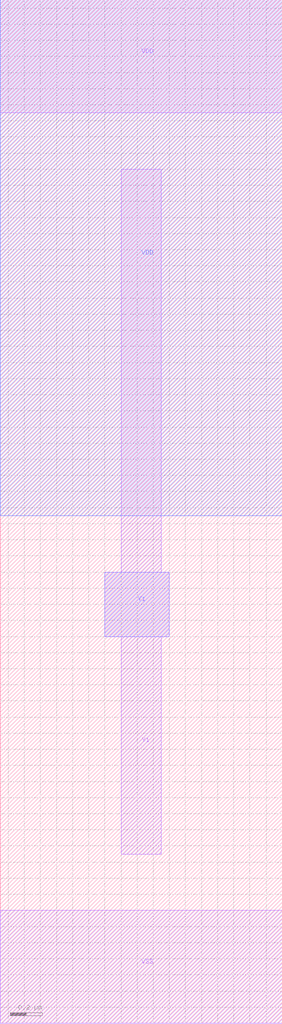
<source format=lef>
VERSION 5.7 ;
  NOWIREEXTENSIONATPIN ON ;
  DIVIDERCHAR "/" ;
  BUSBITCHARS "[]" ;
MACRO gf180mcu_osu_sc_gp9t3v3__ant
  CLASS CORE ;
  FOREIGN gf180mcu_osu_sc_gp9t3v3__ant ;
  ORIGIN -2.550 0.000 ;
  SIZE 1.750 BY 6.350 ;
  SYMMETRY X Y ;
  SITE gf180mcu_osu_sc_gp9t3v3 ;
  PIN Y1
    ANTENNADIFFAREA 0.637500 ;
    PORT
      LAYER Metal1 ;
        RECT 3.300 2.800 3.550 5.300 ;
        RECT 3.200 2.400 3.600 2.800 ;
        RECT 3.300 1.050 3.550 2.400 ;
      LAYER Metal2 ;
        RECT 3.200 2.400 3.600 2.800 ;
    END
  END Y1
  PIN VDD
    USE POWER ;
    PORT
      LAYER Nwell ;
        RECT 2.550 3.150 4.300 6.350 ;
      LAYER Metal1 ;
        RECT 2.550 5.650 4.300 6.350 ;
    END
  END VDD
  PIN VSS
    USE GROUND ;
    PORT
      LAYER Metal1 ;
        RECT 2.550 0.000 4.300 0.700 ;
    END
  END VSS
END gf180mcu_osu_sc_gp9t3v3__ant
END LIBRARY


</source>
